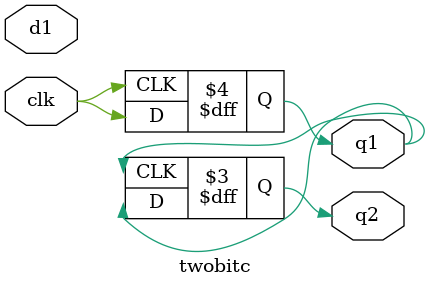
<source format=v>
`timescale 1ns / 1ps
module twobitc(q2,q1,clk,d1);
input d1,clk;
output q2,q1;
reg q2,q1;
wire d2;
always @ (posedge clk)
q1=clk;
always @(posedge q1)
q2=q1;


endmodule

</source>
